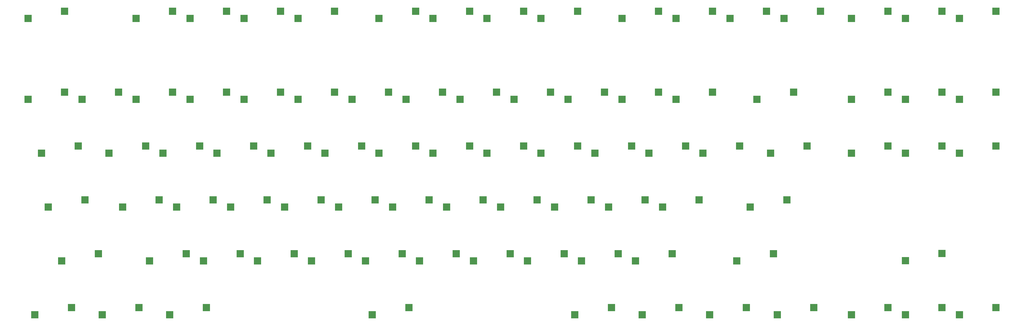
<source format=gbp>
G04 #@! TF.GenerationSoftware,KiCad,Pcbnew,(6.0.5)*
G04 #@! TF.CreationDate,2022-10-12T22:06:10+02:00*
G04 #@! TF.ProjectId,vakeyboard,76616b65-7962-46f6-9172-642e6b696361,rev?*
G04 #@! TF.SameCoordinates,Original*
G04 #@! TF.FileFunction,Paste,Bot*
G04 #@! TF.FilePolarity,Positive*
%FSLAX46Y46*%
G04 Gerber Fmt 4.6, Leading zero omitted, Abs format (unit mm)*
G04 Created by KiCad (PCBNEW (6.0.5)) date 2022-10-12 22:06:10*
%MOMM*%
%LPD*%
G01*
G04 APERTURE LIST*
%ADD10R,2.550000X2.500000*%
G04 APERTURE END LIST*
D10*
X305925000Y-145495000D03*
X292998000Y-148035000D03*
X48745000Y-145495000D03*
X35818000Y-148035000D03*
X165430000Y-202645000D03*
X152503000Y-205185000D03*
X294015000Y-183595000D03*
X281088000Y-186135000D03*
X308300000Y-202645000D03*
X295373000Y-205185000D03*
X55890000Y-183595000D03*
X42963000Y-186135000D03*
X46370000Y-202645000D03*
X33443000Y-205185000D03*
X298780000Y-164545000D03*
X285853000Y-167085000D03*
X51130000Y-164545000D03*
X38203000Y-167085000D03*
X301160000Y-126445000D03*
X288233000Y-128985000D03*
X239245000Y-183595000D03*
X226318000Y-186135000D03*
X234480000Y-126445000D03*
X221553000Y-128985000D03*
X220195000Y-183595000D03*
X207268000Y-186135000D03*
X63030000Y-126445000D03*
X50103000Y-128985000D03*
X82080000Y-126445000D03*
X69153000Y-128985000D03*
X101130000Y-126445000D03*
X88203000Y-128985000D03*
X120180000Y-126445000D03*
X107253000Y-128985000D03*
X139230000Y-126445000D03*
X126303000Y-128985000D03*
X158280000Y-126445000D03*
X145353000Y-128985000D03*
X177330000Y-126445000D03*
X164403000Y-128985000D03*
X196380000Y-126445000D03*
X183453000Y-128985000D03*
X215430000Y-126445000D03*
X202503000Y-128985000D03*
X267825000Y-164545000D03*
X254898000Y-167085000D03*
X258295000Y-183595000D03*
X245368000Y-186135000D03*
X248775000Y-164545000D03*
X235848000Y-167085000D03*
X263060000Y-145495000D03*
X250133000Y-148035000D03*
X282110000Y-145495000D03*
X269183000Y-148035000D03*
X77325000Y-164545000D03*
X64398000Y-167085000D03*
X163045000Y-183595000D03*
X150118000Y-186135000D03*
X124945000Y-183595000D03*
X112018000Y-186135000D03*
X115425000Y-164545000D03*
X102498000Y-167085000D03*
X334480000Y-145495000D03*
X321553000Y-148035000D03*
X353530000Y-202645000D03*
X340603000Y-205185000D03*
X110660000Y-145495000D03*
X97733000Y-148035000D03*
X353530000Y-145495000D03*
X340603000Y-148035000D03*
X272580000Y-126445000D03*
X259653000Y-128985000D03*
X31053000Y-100415000D03*
X43980000Y-97875000D03*
X82080000Y-97875000D03*
X69153000Y-100415000D03*
X101130000Y-97875000D03*
X88203000Y-100415000D03*
X120180000Y-97875000D03*
X107253000Y-100415000D03*
X139230000Y-97875000D03*
X126303000Y-100415000D03*
X167807500Y-97875000D03*
X154880500Y-100415000D03*
X186857500Y-97875000D03*
X173930500Y-100415000D03*
X205907500Y-97875000D03*
X192980500Y-100415000D03*
X224957500Y-97875000D03*
X212030500Y-100415000D03*
X253535000Y-97875000D03*
X240608000Y-100415000D03*
X272585000Y-97875000D03*
X259658000Y-100415000D03*
X291635000Y-97875000D03*
X278708000Y-100415000D03*
X310685000Y-97875000D03*
X297758000Y-100415000D03*
X134475000Y-164545000D03*
X121548000Y-167085000D03*
X153525000Y-164545000D03*
X140598000Y-167085000D03*
X172575000Y-164545000D03*
X159648000Y-167085000D03*
X353530000Y-126445000D03*
X340603000Y-128985000D03*
X205910000Y-145495000D03*
X192983000Y-148035000D03*
X334480000Y-126445000D03*
X321553000Y-128985000D03*
X191625000Y-164545000D03*
X178698000Y-167085000D03*
X210675000Y-164545000D03*
X197748000Y-167085000D03*
X229725000Y-164545000D03*
X216798000Y-167085000D03*
X334480000Y-202645000D03*
X321553000Y-205185000D03*
X201145000Y-183595000D03*
X188218000Y-186135000D03*
X253530000Y-126445000D03*
X240603000Y-128985000D03*
X182095000Y-183595000D03*
X169168000Y-186135000D03*
X224960000Y-145495000D03*
X212033000Y-148035000D03*
X244010000Y-145495000D03*
X231083000Y-148035000D03*
X372580000Y-97875000D03*
X359653000Y-100415000D03*
X372580000Y-145495000D03*
X359653000Y-148035000D03*
X372580000Y-126445000D03*
X359653000Y-128985000D03*
X334480000Y-97875000D03*
X321553000Y-100415000D03*
X72560000Y-145495000D03*
X59633000Y-148035000D03*
X129710000Y-145495000D03*
X116783000Y-148035000D03*
X372580000Y-202645000D03*
X359653000Y-205185000D03*
X96375000Y-164545000D03*
X83448000Y-167085000D03*
X353530000Y-97875000D03*
X340603000Y-100415000D03*
X148760000Y-145495000D03*
X135833000Y-148035000D03*
X43980000Y-126445000D03*
X31053000Y-128985000D03*
X186860000Y-145495000D03*
X173933000Y-148035000D03*
X143995000Y-183595000D03*
X131068000Y-186135000D03*
X91610000Y-145495000D03*
X78683000Y-148035000D03*
X105895000Y-183595000D03*
X92968000Y-186135000D03*
X167810000Y-145495000D03*
X154883000Y-148035000D03*
X86845000Y-183595000D03*
X73918000Y-186135000D03*
X284490000Y-202645000D03*
X271563000Y-205185000D03*
X70180000Y-202645000D03*
X57253000Y-205185000D03*
X93990000Y-202645000D03*
X81063000Y-205185000D03*
X260680000Y-202645000D03*
X247753000Y-205185000D03*
X236870000Y-202645000D03*
X223943000Y-205185000D03*
X353530000Y-183555000D03*
X340603000Y-186095000D03*
M02*

</source>
